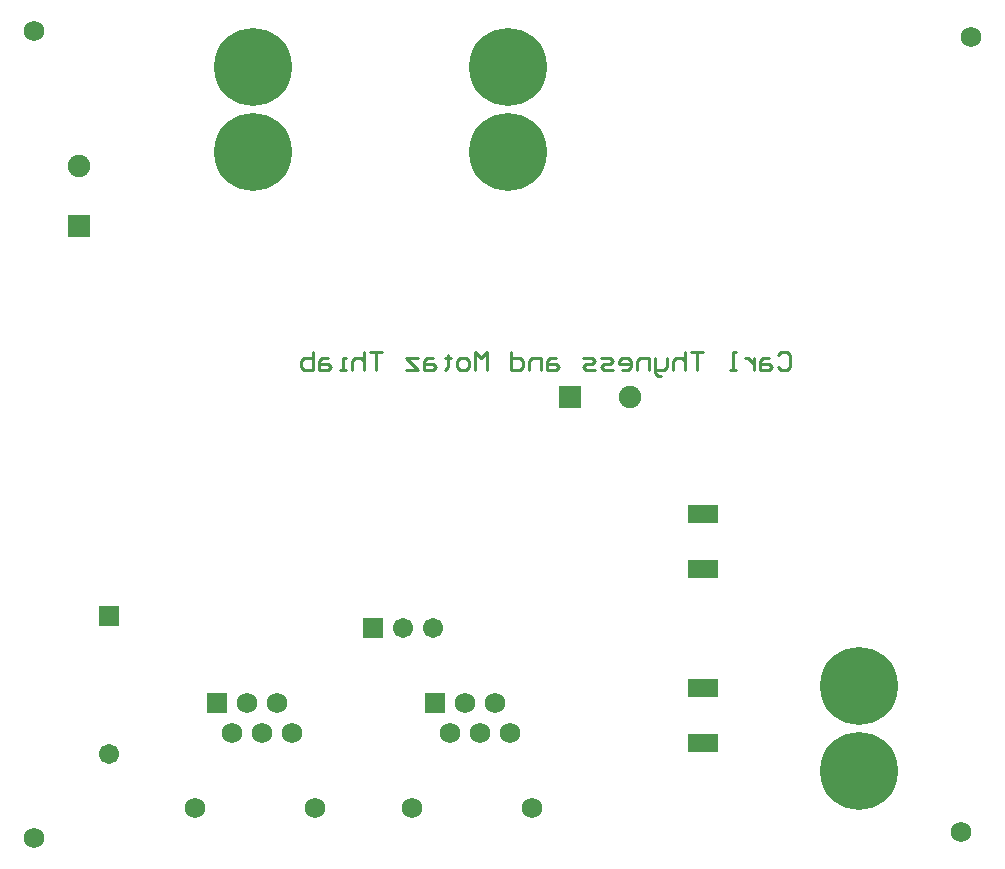
<source format=gbs>
G04*
G04 #@! TF.GenerationSoftware,Altium Limited,Altium Designer,20.0.12 (288)*
G04*
G04 Layer_Color=16711935*
%FSLAX25Y25*%
%MOIN*%
G70*
G01*
G75*
%ADD12C,0.01000*%
%ADD38R,0.10249X0.06312*%
%ADD39C,0.25997*%
%ADD40R,0.06706X0.06706*%
%ADD41C,0.06706*%
%ADD42C,0.06800*%
%ADD43R,0.06800X0.06800*%
%ADD44R,0.06706X0.06706*%
%ADD45R,0.07493X0.07493*%
%ADD46C,0.07493*%
%ADD47R,0.07493X0.07493*%
D12*
X347001Y194998D02*
X348001Y195998D01*
X350000D01*
X351000Y194998D01*
Y191000D01*
X350000Y190000D01*
X348001D01*
X347001Y191000D01*
X344002Y193999D02*
X342003D01*
X341003Y192999D01*
Y190000D01*
X344002D01*
X345002Y191000D01*
X344002Y191999D01*
X341003D01*
X339004Y193999D02*
Y190000D01*
Y191999D01*
X338004Y192999D01*
X337004Y193999D01*
X336005D01*
X333006Y190000D02*
X331007D01*
X332006D01*
Y195998D01*
X333006D01*
X322009D02*
X318011D01*
X320010D01*
Y190000D01*
X316011Y195998D02*
Y190000D01*
Y192999D01*
X315012Y193999D01*
X313012D01*
X312013Y192999D01*
Y190000D01*
X310013Y193999D02*
Y191000D01*
X309014Y190000D01*
X306015D01*
Y189000D01*
X307014Y188001D01*
X308014D01*
X306015Y190000D02*
Y193999D01*
X304015Y190000D02*
Y193999D01*
X301016D01*
X300016Y192999D01*
Y190000D01*
X295018D02*
X297018D01*
X298017Y191000D01*
Y192999D01*
X297018Y193999D01*
X295018D01*
X294018Y192999D01*
Y191999D01*
X298017D01*
X292019Y190000D02*
X289020D01*
X288020Y191000D01*
X289020Y191999D01*
X291019D01*
X292019Y192999D01*
X291019Y193999D01*
X288020D01*
X286021Y190000D02*
X283022D01*
X282022Y191000D01*
X283022Y191999D01*
X285021D01*
X286021Y192999D01*
X285021Y193999D01*
X282022D01*
X273025D02*
X271026D01*
X270026Y192999D01*
Y190000D01*
X273025D01*
X274025Y191000D01*
X273025Y191999D01*
X270026D01*
X268027Y190000D02*
Y193999D01*
X265028D01*
X264028Y192999D01*
Y190000D01*
X258030Y195998D02*
Y190000D01*
X261029D01*
X262029Y191000D01*
Y192999D01*
X261029Y193999D01*
X258030D01*
X250033Y190000D02*
Y195998D01*
X248033Y193999D01*
X246034Y195998D01*
Y190000D01*
X243035D02*
X241036D01*
X240036Y191000D01*
Y192999D01*
X241036Y193999D01*
X243035D01*
X244035Y192999D01*
Y191000D01*
X243035Y190000D01*
X237037Y194998D02*
Y193999D01*
X238036D01*
X236037D01*
X237037D01*
Y191000D01*
X236037Y190000D01*
X232038Y193999D02*
X230039D01*
X229039Y192999D01*
Y190000D01*
X232038D01*
X233038Y191000D01*
X232038Y191999D01*
X229039D01*
X227040Y193999D02*
X223041D01*
X227040Y190000D01*
X223041D01*
X215044Y195998D02*
X211045D01*
X213045D01*
Y190000D01*
X209046Y195998D02*
Y190000D01*
Y192999D01*
X208046Y193999D01*
X206047D01*
X205047Y192999D01*
Y190000D01*
X203048D02*
X201048D01*
X202048D01*
Y193999D01*
X203048D01*
X197050D02*
X195051D01*
X194051Y192999D01*
Y190000D01*
X197050D01*
X198049Y191000D01*
X197050Y191999D01*
X194051D01*
X192051Y195998D02*
Y190000D01*
X189052D01*
X188053Y191000D01*
Y191999D01*
Y192999D01*
X189052Y193999D01*
X192051D01*
D38*
X322000Y123764D02*
D03*
X322020Y141874D02*
D03*
X322000Y84000D02*
D03*
X322020Y65693D02*
D03*
D39*
X257000Y262653D02*
D03*
Y291000D02*
D03*
X374000Y84847D02*
D03*
Y56500D02*
D03*
X172000Y262653D02*
D03*
Y291000D02*
D03*
D40*
X212000Y104000D02*
D03*
D41*
X222000D02*
D03*
X232000D02*
D03*
X124000Y62067D02*
D03*
D42*
X257500Y69000D02*
D03*
X247500D02*
D03*
X237500D02*
D03*
X252500Y79000D02*
D03*
X242500D02*
D03*
X265000Y44000D02*
D03*
X225000D02*
D03*
X185000Y69000D02*
D03*
X175000D02*
D03*
X165000D02*
D03*
X180000Y79000D02*
D03*
X170000D02*
D03*
X192500Y44000D02*
D03*
X152500D02*
D03*
X408000Y36000D02*
D03*
X411417Y301181D02*
D03*
X99000Y34000D02*
D03*
Y303000D02*
D03*
D43*
X232500Y79000D02*
D03*
X160000D02*
D03*
D44*
X124000Y107933D02*
D03*
D45*
X277500Y181000D02*
D03*
D46*
X297500D02*
D03*
X114000Y258000D02*
D03*
D47*
Y238000D02*
D03*
M02*

</source>
